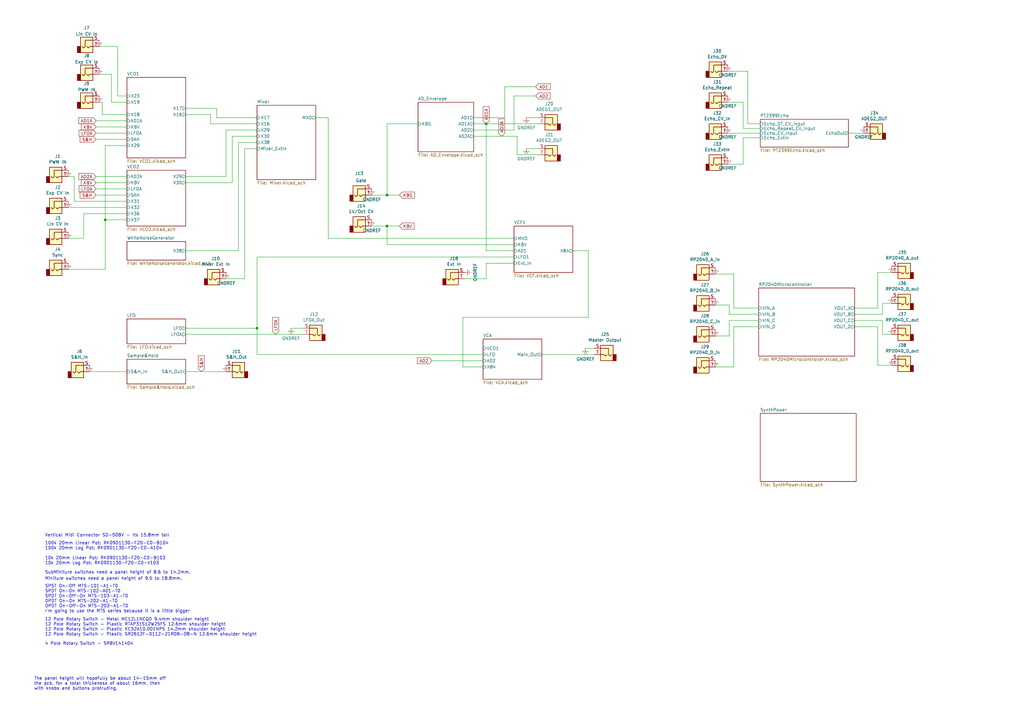
<source format=kicad_sch>
(kicad_sch (version 20230121) (generator eeschema)
  (paper "A3")
  (lib_symbols
    (symbol "SynthProj-rescue:AudioJack2-Connector"
      (property "Reference" "J" (at 0 8.89 0))
      (property "Value" "Connector_AudioJack2" (at 0 6.35 0))
      (symbol "AudioJack2-Connector_0_1"
        (rectangle (start -3.81 0) (end -2.54 -2.54) (stroke (width 0.254)) (fill (type outline)))
        (rectangle (start -2.54 3.81) (end 2.54 -2.54) (stroke (width 0.254)) (fill (type background)))
        (polyline (pts (xy 0 0) (xy 0.635 -0.635) (xy 1.27 0) (xy 2.54 0)) (stroke (width 0.254)))
        (polyline (pts (xy 2.54 2.54) (xy -0.635 2.54) (xy -0.635 0) (xy -1.27 -0.635) (xy -1.905 0)) (stroke (width 0.254)))
      )
      (symbol "AudioJack2-Connector_1_1"
        (pin passive line (at 5.08 2.54 180) (length 2.54) (name "~") (number "S"))
        (pin passive line (at 5.08 0 180) (length 2.54) (name "~") (number "T"))
      )
    )
    (symbol "power:GNDREF" (power) (pin_names (offset 0))
      (property "Value" "GNDREF" (at 0 -3.81 0))
      (symbol "GNDREF_0_1"
        (polyline (pts (xy -0.635 -1.905) (xy 0.635 -1.905)))
        (polyline (pts (xy -0.127 -2.54) (xy 0.127 -2.54)))
        (polyline (pts (xy 0 -1.27) (xy 0 0)))
        (polyline (pts (xy 1.27 -1.27) (xy -1.27 -1.27)))
      )
      (symbol "GNDREF_1_1"
        (pin power_in line (at 0 0 270) (length 0) hide (name "GNDREF") (number "1"))
      )
    )
  )
  (junction (at 105.41 134.62))
  (junction (at 158.75 80.01))
  (junction (at 199.39 50.8))
  (junction (at 43.18 90.17))
  (junction (at 158.75 92.71))
  (wire (pts (xy 34.29 87.63) (xy 52.07 87.63)))
  (wire (pts (xy 95.25 74.93) (xy 95.25 55.88)))
  (wire (pts (xy 207.01 48.26) (xy 207.01 35.56)))
  (wire (pts (xy 293.37 137.795) (xy 299.085 137.795)))
  (wire (pts (xy 27.94 110.49) (xy 43.18 110.49)))
  (wire (pts (xy 27.94 97.79) (xy 34.29 97.79)))
  (wire (pts (xy 30.48 72.39) (xy 30.48 82.55)))
  (wire (pts (xy 298.45 67.31) (xy 304.8 67.31)))
  (wire (pts (xy 41.91 41.91) (xy 41.91 46.99)))
  (wire (pts (xy 88.9 48.26) (xy 105.41 48.26)))
  (wire (pts (xy 220.98 63.5) (xy 212.09 63.5)))
  (wire (pts (xy 194.31 50.8) (xy 199.39 50.8)))
  (wire (pts (xy 152.4 80.01) (xy 158.75 80.01)))
  (wire (pts (xy 360.045 111.76) (xy 360.045 126.365)))
  (wire (pts (xy 194.31 48.26) (xy 207.01 48.26)))
  (wire (pts (xy 361.95 128.905) (xy 361.95 124.46)))
  (wire (pts (xy 105.41 105.41) (xy 210.82 105.41)))
  (wire (pts (xy 311.15 133.985) (xy 300.99 133.985)))
  (wire (pts (xy 210.82 53.34) (xy 210.82 39.37)))
  (wire (pts (xy 177.165 147.955) (xy 198.12 147.955)))
  (wire (pts (xy 88.9 44.45) (xy 88.9 48.26)))
  (wire (pts (xy 39.37 49.53) (xy 52.07 49.53)))
  (wire (pts (xy 39.37 80.01) (xy 52.07 80.01)))
  (wire (pts (xy 39.37 57.15) (xy 52.07 57.15)))
  (wire (pts (xy 300.99 112.395) (xy 293.37 112.395)))
  (wire (pts (xy 350.52 133.985) (xy 360.045 133.985)))
  (wire (pts (xy 52.07 59.69) (xy 43.18 59.69)))
  (wire (pts (xy 299.085 137.795) (xy 299.085 131.445)))
  (wire (pts (xy 158.75 100.33) (xy 210.82 100.33)))
  (wire (pts (xy 171.45 50.8) (xy 158.75 50.8)))
  (wire (pts (xy 27.94 85.09) (xy 52.07 85.09)))
  (wire (pts (xy 43.18 90.17) (xy 52.07 90.17)))
  (wire (pts (xy 158.75 80.01) (xy 163.83 80.01)))
  (wire (pts (xy 76.2 72.39) (xy 92.71 72.39)))
  (wire (pts (xy 304.8 41.91) (xy 304.8 52.705)))
  (wire (pts (xy 39.37 52.07) (xy 52.07 52.07)))
  (wire (pts (xy 215.9 60.96) (xy 220.98 60.96)))
  (wire (pts (xy 76.2 46.99) (xy 86.36 46.99)))
  (wire (pts (xy 76.2 44.45) (xy 88.9 44.45)))
  (wire (pts (xy 100.33 114.3) (xy 92.71 114.3)))
  (wire (pts (xy 222.25 145.415) (xy 243.84 145.415)))
  (wire (pts (xy 293.37 125.095) (xy 299.085 125.095)))
  (wire (pts (xy 48.26 39.37) (xy 52.07 39.37)))
  (wire (pts (xy 199.39 102.87) (xy 199.39 50.8)))
  (wire (pts (xy 45.72 41.91) (xy 52.07 41.91)))
  (wire (pts (xy 361.95 137.16) (xy 361.95 131.445)))
  (wire (pts (xy 189.865 150.495) (xy 198.12 150.495)))
  (wire (pts (xy 304.8 67.31) (xy 304.8 56.515)))
  (wire (pts (xy 212.09 55.88) (xy 194.31 55.88)))
  (wire (pts (xy 194.31 53.34) (xy 210.82 53.34)))
  (wire (pts (xy 300.99 150.495) (xy 293.37 150.495)))
  (wire (pts (xy 95.25 55.88) (xy 105.41 55.88)))
  (wire (pts (xy 350.52 128.905) (xy 361.95 128.905)))
  (wire (pts (xy 92.71 72.39) (xy 92.71 53.34)))
  (wire (pts (xy 86.36 46.99) (xy 86.36 50.8)))
  (wire (pts (xy 43.18 110.49) (xy 43.18 90.17)))
  (wire (pts (xy 210.82 97.79) (xy 134.62 97.79)))
  (wire (pts (xy 361.95 124.46) (xy 365.76 124.46)))
  (wire (pts (xy 215.9 48.26) (xy 220.98 48.26)))
  (wire (pts (xy 92.71 53.34) (xy 105.41 53.34)))
  (wire (pts (xy 311.15 126.365) (xy 300.99 126.365)))
  (wire (pts (xy 190.5 114.3) (xy 199.39 114.3)))
  (wire (pts (xy 199.39 50.8) (xy 220.98 50.8)))
  (wire (pts (xy 40.64 19.05) (xy 48.26 19.05)))
  (wire (pts (xy 48.26 19.05) (xy 48.26 39.37)))
  (wire (pts (xy 360.045 149.86) (xy 365.76 149.86)))
  (wire (pts (xy 210.82 102.87) (xy 199.39 102.87)))
  (wire (pts (xy 158.75 50.8) (xy 158.75 80.01)))
  (wire (pts (xy 76.2 102.87) (xy 97.79 102.87)))
  (wire (pts (xy 240.03 142.875) (xy 243.84 142.875)))
  (wire (pts (xy 39.37 74.93) (xy 52.07 74.93)))
  (wire (pts (xy 76.2 137.16) (xy 124.46 137.16)))
  (wire (pts (xy 105.41 134.62) (xy 105.41 145.415)))
  (wire (pts (xy 34.29 97.79) (xy 34.29 87.63)))
  (wire (pts (xy 86.36 50.8) (xy 105.41 50.8)))
  (wire (pts (xy 199.39 114.3) (xy 199.39 107.95)))
  (wire (pts (xy 97.79 102.87) (xy 97.79 58.42)))
  (wire (pts (xy 298.45 54.61) (xy 311.785 54.61)))
  (wire (pts (xy 134.62 97.79) (xy 134.62 48.26)))
  (wire (pts (xy 207.01 35.56) (xy 219.71 35.56)))
  (wire (pts (xy 361.95 131.445) (xy 350.52 131.445)))
  (wire (pts (xy 199.39 107.95) (xy 210.82 107.95)))
  (wire (pts (xy 41.91 46.99) (xy 52.07 46.99)))
  (wire (pts (xy 306.705 29.21) (xy 306.705 50.8)))
  (wire (pts (xy 105.41 105.41) (xy 105.41 134.62)))
  (wire (pts (xy 360.045 126.365) (xy 350.52 126.365)))
  (wire (pts (xy 40.64 30.48) (xy 45.72 30.48)))
  (wire (pts (xy 360.045 111.76) (xy 365.76 111.76)))
  (wire (pts (xy 210.82 39.37) (xy 219.71 39.37)))
  (wire (pts (xy 97.79 58.42) (xy 105.41 58.42)))
  (wire (pts (xy 119.38 134.62) (xy 124.46 134.62)))
  (wire (pts (xy 100.33 60.96) (xy 100.33 114.3)))
  (wire (pts (xy 39.37 54.61) (xy 52.07 54.61)))
  (wire (pts (xy 76.2 134.62) (xy 105.41 134.62)))
  (wire (pts (xy 189.865 130.175) (xy 189.865 150.495)))
  (wire (pts (xy 300.99 126.365) (xy 300.99 112.395)))
  (wire (pts (xy 298.45 41.91) (xy 304.8 41.91)))
  (wire (pts (xy 304.8 52.705) (xy 311.785 52.705)))
  (wire (pts (xy 212.09 63.5) (xy 212.09 55.88)))
  (wire (pts (xy 241.3 130.175) (xy 189.865 130.175)))
  (wire (pts (xy 298.45 29.21) (xy 306.705 29.21)))
  (wire (pts (xy 241.3 102.87) (xy 234.95 102.87)))
  (wire (pts (xy 134.62 48.26) (xy 129.54 48.26)))
  (wire (pts (xy 306.705 50.8) (xy 311.785 50.8)))
  (wire (pts (xy 365.76 137.16) (xy 361.95 137.16)))
  (wire (pts (xy 360.045 133.985) (xy 360.045 149.86)))
  (wire (pts (xy 241.3 102.87) (xy 241.3 130.175)))
  (wire (pts (xy 300.99 133.985) (xy 300.99 150.495)))
  (wire (pts (xy 158.75 100.33) (xy 158.75 92.71)))
  (wire (pts (xy 304.8 56.515) (xy 311.785 56.515)))
  (wire (pts (xy 152.4 92.71) (xy 158.75 92.71)))
  (wire (pts (xy 299.085 125.095) (xy 299.085 128.905)))
  (wire (pts (xy 158.75 92.71) (xy 163.83 92.71)))
  (wire (pts (xy 30.48 82.55) (xy 52.07 82.55)))
  (wire (pts (xy 43.18 59.69) (xy 43.18 90.17)))
  (wire (pts (xy 105.41 145.415) (xy 198.12 145.415)))
  (wire (pts (xy 76.2 74.93) (xy 95.25 74.93)))
  (wire (pts (xy 76.2 152.4) (xy 92.71 152.4)))
  (wire (pts (xy 105.41 60.96) (xy 100.33 60.96)))
  (wire (pts (xy 299.085 128.905) (xy 311.15 128.905)))
  (wire (pts (xy 347.98 54.61) (xy 354.33 54.61)))
  (wire (pts (xy 40.64 41.91) (xy 41.91 41.91)))
  (wire (pts (xy 45.72 30.48) (xy 45.72 41.91)))
  (wire (pts (xy 27.94 72.39) (xy 30.48 72.39)))
  (wire (pts (xy 299.085 131.445) (xy 311.15 131.445)))
  (wire (pts (xy 52.07 152.4) (xy 36.83 152.4)))
  (wire (pts (xy 39.37 77.47) (xy 52.07 77.47)))
  (wire (pts (xy 39.37 72.39) (xy 52.07 72.39)))
  (text "SubMiniture switches need a panel height of 8.6 to 14.2mm." (at 18.415 235.585 0) (effects (font (size 1.27 1.27)) (justify left bottom)))
  (text "Vertical Midi Connector SD-50BV - Its 15.8mm tall" (at 18.415 220.345 0) (effects (font (size 1.27 1.27)) (justify left bottom)))
  (text "100k 20mm Linear Pot: RK09D1130-F20-C0-B104\n100k 20mm Log Pot: RK09D1130-F20-C0-A104\n\n10k 20mm Linear Pot: RK09D1130-F20-C0-B103\n10k 20mm Log Pot: RK09D1130-F20-C0-V103" (at 18.415 231.775 0) (effects (font (size 1.27 1.27)) (justify left bottom)))
  (text "4 Pole Rotary Switch - SRBV141404\n" (at 18.415 264.795 0) (effects (font (size 1.27 1.27)) (justify left bottom)))
  (text "The panel height will hopefully be about 14-15mm off \nthe pcb, for a total thickeness of about 16mm, then \nwith knobs and buttons protruding.\n" (at 13.97 283.21 0) (effects (font (size 1.27 1.27)) (justify left bottom)))
  (text "SPST On-Off MTS-101-A1-T0\nSPDT On-On MTS-102-A01-T0\nSPDT On-Off-On MTS-103-A1-T0\nDPDT On-On MTS-202-A1-T0\nDPDT On-Off-On MTS-203-A1-T0\nI'm going to use the MTS series because it is a little bigger" (at 18.415 251.46 0) (effects (font (size 1.27 1.27)) (justify left bottom)))
  (text "Miniture switches need a panel height of 9.5 to 18.8mm." (at 18.415 238.125 0) (effects (font (size 1.27 1.27)) (justify left bottom)))
  (text "12 Pole Rotary Switch - Metal MC12L1NCQD 9.4mm shoulder height\n12 Pole Rotary Switch - Plastic RTAP31S12W25FS 12.6mm shoulder height\n12 Pole Rotary Switch - Plastic KC52A10.001NPS 14.2mm shoulder height\n12 Pole Rotary Switch - Plastic SR2612F-0112-21R0B-D8-N 12.6mm shoulder height " (at 18.415 260.985 0) (effects (font (size 1.27 1.27)) (justify left bottom)))
  (global_label "AD2A" (shape input) (at 39.37 72.39 180) (property "Intersheetrefs" "${INTERSHEET_REFS}" (effects hide)))
  (global_label "KBV" (shape input) (at 39.37 74.93 180) (property "Intersheetrefs" "${INTERSHEET_REFS}" (effects hide)))
  (global_label "S&H" (shape input) (at 39.37 57.15 180) (property "Intersheetrefs" "${INTERSHEET_REFS}" (effects hide)))
  (global_label "AD2A" (shape input) (at 205.74 55.88 90) (property "Intersheetrefs" "${INTERSHEET_REFS}" (effects hide)))
  (global_label "KBG" (shape input) (at 163.83 80.01 0) (property "Intersheetrefs" "${INTERSHEET_REFS}" (effects hide)))
  (global_label "AD2" (shape input) (at 177.165 147.955 180) (property "Intersheetrefs" "${INTERSHEET_REFS}" (effects hide)))
  (global_label "S&H" (shape input) (at 39.37 80.01 180) (property "Intersheetrefs" "${INTERSHEET_REFS}" (effects hide)))
  (global_label "S&H" (shape input) (at 82.55 152.4 90) (property "Intersheetrefs" "${INTERSHEET_REFS}" (effects hide)))
  (global_label "LFOA" (shape input) (at 39.37 54.61 180) (property "Intersheetrefs" "${INTERSHEET_REFS}" (effects hide)))
  (global_label "AD1A" (shape input) (at 199.39 50.8 90) (property "Intersheetrefs" "${INTERSHEET_REFS}" (effects hide)))
  (global_label "AD1A" (shape input) (at 39.37 49.53 180) (property "Intersheetrefs" "${INTERSHEET_REFS}" (effects hide)))
  (global_label "AD2" (shape input) (at 219.71 39.37 0) (property "Intersheetrefs" "${INTERSHEET_REFS}" (effects hide)))
  (global_label "LFOA" (shape input) (at 39.37 77.47 180) (property "Intersheetrefs" "${INTERSHEET_REFS}" (effects hide)))
  (global_label "AD1" (shape input) (at 219.71 35.56 0) (property "Intersheetrefs" "${INTERSHEET_REFS}" (effects hide)))
  (global_label "KBV" (shape input) (at 163.83 92.71 0) (property "Intersheetrefs" "${INTERSHEET_REFS}" (effects hide)))
  (global_label "LFOA" (shape input) (at 113.03 137.16 90) (property "Intersheetrefs" "${INTERSHEET_REFS}" (effects hide)))
  (global_label "KBV" (shape input) (at 39.37 52.07 180) (property "Intersheetrefs" "${INTERSHEET_REFS}" (effects hide)))
  (symbol (lib_id "SynthProj-rescue:AudioJack2-Connector") (at 22.86 72.39 0) (unit 1)
    (property "Reference" "J1" (at 23.6728 64.135 0))
    (property "Value" "PWM IN" (at 23.6728 66.4464 0))
    (property "Footprint" "SynthProjConnectors:PJ-301" (effects hide))
  )
  (symbol (lib_id "power:GNDREF") (at 27.94 107.95 0) (unit 1)
    (property "Reference" "#PWR04" (effects hide))
    (property "Value" "GNDREF" (effects hide))
  )
  (symbol (lib_id "power:GNDREF") (at 365.76 134.62 0) (mirror y) (unit 1)
    (property "Reference" "#PWR037" (effects hide))
    (property "Value" "GNDREF" (effects hide))
  )
  (symbol (lib_id "SynthProj-rescue:AudioJack2-Connector") (at 226.06 63.5 0) (mirror y) (unit 1)
    (property "Reference" "J21" (at 225.2472 55.245 0))
    (property "Value" "ADEG2_OUT" (at 225.2472 57.5564 0))
    (property "Footprint" "SynthProjConnectors:PJ-301" (effects hide))
  )
  (symbol (lib_id "SynthProj-rescue:AudioJack2-Connector") (at 370.84 111.76 0) (mirror y) (unit 1)
    (property "Reference" "J35" (at 370.0272 103.505 0))
    (property "Value" "RP2040_A_out" (at 370.0272 105.8164 0))
    (property "Footprint" "SynthProjConnectors:PJ-301" (effects hide))
  )
  (symbol (lib_id "SynthProj-rescue:AudioJack2-Connector") (at 288.29 150.495 0) (unit 1)
    (property "Reference" "J29" (at 289.1028 142.24 0))
    (property "Value" "RP2040_D_in" (at 289.1028 144.5514 0))
    (property "Footprint" "SynthProjConnectors:PJ-301" (effects hide))
  )
  (symbol (lib_id "power:GNDREF") (at 27.94 95.25 0) (unit 1)
    (property "Reference" "#PWR03" (effects hide))
    (property "Value" "GNDREF" (effects hide))
  )
  (symbol (lib_id "SynthProj-rescue:AudioJack2-Connector") (at 288.29 137.795 0) (unit 1)
    (property "Reference" "J28" (at 289.1028 129.54 0))
    (property "Value" "RP2040_C_in" (at 289.1028 131.8514 0))
    (property "Footprint" "SynthProjConnectors:PJ-301" (effects hide))
  )
  (symbol (lib_id "power:GNDREF") (at 354.33 52.07 0) (unit 1)
    (property "Reference" "#PWR034" (effects hide))
    (property "Value" "GNDREF" (at 354.33 56.2031 0))
  )
  (symbol (lib_id "SynthProj-rescue:AudioJack2-Connector") (at 293.37 67.31 0) (unit 1)
    (property "Reference" "J33" (at 294.1828 59.055 0))
    (property "Value" "Echo_ExtIn" (at 294.1828 61.3664 0))
    (property "Footprint" "SynthProjConnectors:PJ-301" (effects hide))
  )
  (symbol (lib_id "SynthProj-rescue:AudioJack2-Connector") (at 359.41 54.61 0) (mirror y) (unit 1)
    (property "Reference" "J34" (at 358.5972 46.355 0))
    (property "Value" "ADEG2_OUT" (at 358.5972 48.6664 0))
    (property "Footprint" "SynthProjConnectors:PJ-301" (effects hide))
  )
  (symbol (lib_id "SynthProj-rescue:AudioJack2-Connector") (at 248.92 145.415 0) (mirror y) (unit 1)
    (property "Reference" "J25" (at 248.1072 137.16 0))
    (property "Value" "Master Output" (at 248.1072 139.4714 0))
    (property "Footprint" "SynthProjConnectors:PJ-301" (effects hide))
  )
  (symbol (lib_id "power:GNDREF") (at 298.45 39.37 0) (unit 1)
    (property "Reference" "#PWR031" (effects hide))
    (property "Value" "GNDREF" (at 298.45 43.5031 0))
  )
  (symbol (lib_id "SynthProj-rescue:AudioJack2-Connector") (at 370.84 124.46 0) (mirror y) (unit 1)
    (property "Reference" "J36" (at 370.0272 116.205 0))
    (property "Value" "RP2040_B_out" (at 370.0272 118.5164 0))
    (property "Footprint" "SynthProjConnectors:PJ-301" (effects hide))
  )
  (symbol (lib_id "SynthProj-rescue:AudioJack2-Connector") (at 87.63 114.3 0) (unit 1)
    (property "Reference" "J10" (at 88.4428 106.045 0))
    (property "Value" "Mixer Ext In" (at 88.4428 108.3564 0))
    (property "Footprint" "SynthProjConnectors:PJ-301" (effects hide))
  )
  (symbol (lib_id "SynthProj-rescue:AudioJack2-Connector") (at 35.56 30.48 0) (unit 1)
    (property "Reference" "J8" (at 35.56 22.86 0))
    (property "Value" "Exp CV In" (at 35.56 25.4 0))
    (property "Footprint" "SynthProjConnectors:PJ-301" (effects hide))
  )
  (symbol (lib_id "SynthProj-rescue:AudioJack2-Connector") (at 185.42 114.3 0) (unit 1)
    (property "Reference" "J18" (at 186.2328 106.045 0))
    (property "Value" "Ext In" (at 186.2328 108.3564 0))
    (property "Footprint" "SynthProjConnectors:PJ-301" (effects hide))
  )
  (symbol (lib_id "SynthProj-rescue:AudioJack2-Connector") (at 288.29 112.395 0) (unit 1)
    (property "Reference" "J26" (at 289.1028 104.14 0))
    (property "Value" "RP2040_A_in" (at 289.1028 106.4514 0))
    (property "Footprint" "SynthProjConnectors:PJ-301" (effects hide))
  )
  (symbol (lib_id "power:GNDREF") (at 40.64 39.37 0) (unit 1)
    (property "Reference" "#PWR09" (effects hide))
    (property "Value" "GNDREF" (effects hide))
  )
  (symbol (lib_id "power:GNDREF") (at 365.76 147.32 0) (mirror y) (unit 1)
    (property "Reference" "#PWR038" (effects hide))
    (property "Value" "GNDREF" (effects hide))
  )
  (symbol (lib_id "SynthProj-rescue:AudioJack2-Connector") (at 370.84 137.16 0) (mirror y) (unit 1)
    (property "Reference" "J37" (at 370.0272 128.905 0))
    (property "Value" "RP2040_C_out" (at 370.0272 131.2164 0))
    (property "Footprint" "SynthProjConnectors:PJ-301" (effects hide))
  )
  (symbol (lib_id "power:GNDREF") (at 215.9 48.26 0) (unit 1)
    (property "Reference" "#PWR019" (effects hide))
    (property "Value" "GNDREF" (at 215.9 52.3931 0))
  )
  (symbol (lib_id "SynthProj-rescue:AudioJack2-Connector") (at 293.37 29.21 0) (unit 1)
    (property "Reference" "J30" (at 294.1828 20.955 0))
    (property "Value" "Echo_DV" (at 294.1828 23.2664 0))
    (property "Footprint" "SynthProjConnectors:PJ-301" (effects hide))
  )
  (symbol (lib_id "power:GNDREF") (at 293.37 135.255 0) (mirror y) (unit 1)
    (property "Reference" "#PWR028" (effects hide))
    (property "Value" "GNDREF" (effects hide))
  )
  (symbol (lib_id "power:GNDREF") (at 40.64 27.94 0) (unit 1)
    (property "Reference" "#PWR08" (effects hide))
    (property "Value" "GNDREF" (effects hide))
  )
  (symbol (lib_id "power:GNDREF") (at 298.45 26.67 0) (unit 1)
    (property "Reference" "#PWR030" (effects hide))
    (property "Value" "GNDREF" (at 298.45 30.8031 0))
  )
  (symbol (lib_id "SynthProj-rescue:AudioJack2-Connector") (at 97.79 152.4 0) (mirror y) (unit 1)
    (property "Reference" "J11" (at 96.9772 144.145 0))
    (property "Value" "S&H_Out" (at 96.9772 146.4564 0))
    (property "Footprint" "SynthProjConnectors:PJ-301" (effects hide))
  )
  (symbol (lib_id "power:GNDREF") (at 152.4 77.47 0) (unit 1)
    (property "Reference" "#PWR013" (effects hide))
    (property "Value" "GNDREF" (at 152.527 81.8642 0))
  )
  (symbol (lib_id "power:GNDREF") (at 293.37 109.855 0) (mirror y) (unit 1)
    (property "Reference" "#PWR026" (effects hide))
    (property "Value" "GNDREF" (effects hide))
  )
  (symbol (lib_id "SynthProj-rescue:AudioJack2-Connector") (at 293.37 54.61 0) (unit 1)
    (property "Reference" "J32" (at 294.1828 46.355 0))
    (property "Value" "Echo_CV_In" (at 294.1828 48.6664 0))
    (property "Footprint" "SynthProjConnectors:PJ-301" (effects hide))
  )
  (symbol (lib_id "power:GNDREF") (at 365.76 109.22 0) (mirror y) (unit 1)
    (property "Reference" "#PWR035" (effects hide))
    (property "Value" "GNDREF" (effects hide))
  )
  (symbol (lib_id "SynthProj-rescue:AudioJack2-Connector") (at 370.84 149.86 0) (mirror y) (unit 1)
    (property "Reference" "J38" (at 370.0272 141.605 0))
    (property "Value" "RP2040_D_out" (at 370.0272 143.9164 0))
    (property "Footprint" "SynthProjConnectors:PJ-301" (effects hide))
  )
  (symbol (lib_id "SynthProj-rescue:AudioJack2-Connector") (at 22.86 110.49 0) (unit 1)
    (property "Reference" "J4" (at 23.6728 102.235 0))
    (property "Value" "Sync" (at 23.6728 104.5464 0))
    (property "Footprint" "SynthProjConnectors:PJ-301" (effects hide))
  )
  (symbol (lib_id "SynthProj-rescue:AudioJack2-Connector") (at 22.86 85.09 0) (unit 1)
    (property "Reference" "J2" (at 23.6728 76.835 0))
    (property "Value" "Exp CV In" (at 23.6728 79.1464 0))
    (property "Footprint" "SynthProjConnectors:PJ-301" (effects hide))
  )
  (symbol (lib_id "power:GNDREF") (at 215.9 60.96 0) (unit 1)
    (property "Reference" "#PWR020" (effects hide))
    (property "Value" "GNDREF" (at 215.9 65.0931 0))
  )
  (symbol (lib_id "SynthProj-rescue:AudioJack2-Connector") (at 22.86 97.79 0) (unit 1)
    (property "Reference" "J3" (at 23.6728 89.535 0))
    (property "Value" "Lin CV In" (at 23.6728 91.8464 0))
    (property "Footprint" "SynthProjConnectors:PJ-301" (effects hide))
  )
  (symbol (lib_id "power:GNDREF") (at 240.03 142.875 0) (unit 1)
    (property "Reference" "#PWR025" (effects hide))
    (property "Value" "GNDREF" (at 240.157 147.2692 0))
  )
  (symbol (lib_id "SynthProj-rescue:AudioJack2-Connector") (at 31.75 152.4 0) (unit 1)
    (property "Reference" "J6" (at 32.5628 144.145 0))
    (property "Value" "S&H_In" (at 32.5628 146.4564 0))
    (property "Footprint" "SynthProjConnectors:PJ-301" (effects hide))
  )
  (symbol (lib_id "power:GNDREF") (at 119.38 134.62 0) (unit 1)
    (property "Reference" "#PWR012" (effects hide))
    (property "Value" "GNDREF" (at 119.38 138.7531 0))
  )
  (symbol (lib_id "SynthProj-rescue:AudioJack2-Connector") (at 226.06 50.8 0) (mirror y) (unit 1)
    (property "Reference" "J20" (at 225.2472 42.545 0))
    (property "Value" "ADEG1_OUT" (at 225.2472 44.8564 0))
    (property "Footprint" "SynthProjConnectors:PJ-301" (effects hide))
  )
  (symbol (lib_id "power:GNDREF") (at 293.37 147.955 0) (mirror y) (unit 1)
    (property "Reference" "#PWR029" (effects hide))
    (property "Value" "GNDREF" (effects hide))
  )
  (symbol (lib_id "power:GNDREF") (at 293.37 122.555 0) (mirror y) (unit 1)
    (property "Reference" "#PWR027" (effects hide))
    (property "Value" "GNDREF" (effects hide))
  )
  (symbol (lib_id "power:GNDREF") (at 36.83 149.86 0) (unit 1)
    (property "Reference" "#PWR06" (effects hide))
    (property "Value" "GNDREF" (effects hide))
  )
  (symbol (lib_id "power:GNDREF") (at 27.94 82.55 0) (unit 1)
    (property "Reference" "#PWR02" (effects hide))
    (property "Value" "GNDREF" (effects hide))
  )
  (symbol (lib_id "power:GNDREF") (at 190.5 111.76 90) (unit 1)
    (property "Reference" "#PWR018" (effects hide))
    (property "Value" "GNDREF" (at 194.8942 111.633 0))
  )
  (symbol (lib_id "power:GNDREF") (at 92.71 149.86 0) (mirror y) (unit 1)
    (property "Reference" "#PWR011" (effects hide))
    (property "Value" "GNDREF" (effects hide))
  )
  (symbol (lib_id "power:GNDREF") (at 152.4 90.17 0) (unit 1)
    (property "Reference" "#PWR014" (effects hide))
    (property "Value" "GNDREF" (at 152.527 94.5642 0))
  )
  (symbol (lib_id "power:GNDREF") (at 92.71 111.76 0) (unit 1)
    (property "Reference" "#PWR010" (effects hide))
    (property "Value" "GNDREF" (at 92.837 116.1542 0))
  )
  (symbol (lib_id "SynthProj-rescue:AudioJack2-Connector") (at 147.32 92.71 0) (unit 1)
    (property "Reference" "J14" (at 148.1328 84.455 0))
    (property "Value" "1V/Oct CV" (at 148.1328 86.7664 0))
    (property "Footprint" "SynthProjConnectors:PJ-301" (effects hide))
  )
  (symbol (lib_id "SynthProj-rescue:AudioJack2-Connector") (at 35.56 19.05 0) (unit 1)
    (property "Reference" "J7" (at 35.56 11.43 0))
    (property "Value" "Lin CV In" (at 35.56 13.97 0))
    (property "Footprint" "SynthProjConnectors:PJ-301" (effects hide))
  )
  (symbol (lib_id "SynthProj-rescue:AudioJack2-Connector") (at 35.56 41.91 0) (unit 1)
    (property "Reference" "J9" (at 35.56 34.29 0))
    (property "Value" "PWM IN" (at 35.56 36.83 0))
    (property "Footprint" "SynthProjConnectors:PJ-301" (effects hide))
  )
  (symbol (lib_id "power:GNDREF") (at 27.94 69.85 0) (unit 1)
    (property "Reference" "#PWR01" (effects hide))
    (property "Value" "GNDREF" (effects hide))
  )
  (symbol (lib_id "power:GNDREF") (at 298.45 64.77 0) (unit 1)
    (property "Reference" "#PWR033" (effects hide))
    (property "Value" "GNDREF" (at 298.45 68.9031 0))
  )
  (symbol (lib_id "power:GNDREF") (at 365.76 121.92 0) (mirror y) (unit 1)
    (property "Reference" "#PWR036" (effects hide))
    (property "Value" "GNDREF" (effects hide))
  )
  (symbol (lib_id "power:GNDREF") (at 40.64 16.51 0) (unit 1)
    (property "Reference" "#PWR07" (effects hide))
    (property "Value" "GNDREF" (effects hide))
  )
  (symbol (lib_id "power:GNDREF") (at 298.45 52.07 0) (unit 1)
    (property "Reference" "#PWR032" (effects hide))
    (property "Value" "GNDREF" (at 298.45 56.2031 0))
  )
  (symbol (lib_id "SynthProj-rescue:AudioJack2-Connector") (at 293.37 41.91 0) (unit 1)
    (property "Reference" "J31" (at 294.1828 33.655 0))
    (property "Value" "Echo_Repeat" (at 294.1828 35.9664 0))
    (property "Footprint" "SynthProjConnectors:PJ-301" (effects hide))
  )
  (symbol (lib_id "SynthProj-rescue:AudioJack2-Connector") (at 129.54 137.16 0) (mirror y) (unit 1)
    (property "Reference" "J12" (at 128.7272 128.905 0))
    (property "Value" "LFOA_Out" (at 128.7272 131.2164 0))
    (property "Footprint" "SynthProjConnectors:PJ-301" (effects hide))
  )
  (symbol (lib_id "SynthProj-rescue:AudioJack2-Connector") (at 147.32 80.01 0) (unit 1)
    (property "Reference" "J13" (at 147.32 71.12 0))
    (property "Value" "Gate" (at 148.1328 74.0664 0))
    (property "Footprint" "SynthProjConnectors:PJ-301" (effects hide))
  )
  (symbol (lib_id "SynthProj-rescue:AudioJack2-Connector") (at 288.29 125.095 0) (unit 1)
    (property "Reference" "J27" (at 289.1028 116.84 0))
    (property "Value" "RP2040_B_in" (at 289.1028 119.1514 0))
    (property "Footprint" "SynthProjConnectors:PJ-301" (effects hide))
  )
  (sheet (at 52.07 147.32) (size 24.13 10.16)
    (property "Sheetname" "Sample&Hold" (at 52.07 146.6084 0) (effects (justify left bottom)))
    (property "Sheetfile" "Sample&Hold.kicad_sch" (at 52.07 158.0646 0) (effects (justify left top)))
    (pin "S&H_Out" input (at 76.2 152.4 0))
    (pin "S&H_In" input (at 52.07 152.4 180))
  )
  (sheet (at 210.82 92.71) (size 24.13 19.05)
    (property "Sheetname" "VCF1" (at 210.82 91.9984 0) (effects (justify left bottom)))
    (property "Sheetfile" "VCF.kicad_sch" (at 210.82 112.3446 0) (effects (justify left top)))
    (pin "MXO" input (at 210.82 97.79 180))
    (pin "KBV" input (at 210.82 100.33 180))
    (pin "AD1" input (at 210.82 102.87 180))
    (pin "LFO1" input (at 210.82 105.41 180))
    (pin "X84" output (at 234.95 102.87 0))
    (pin "Ext_In" input (at 210.82 107.95 180))
  )
  (sheet (at 52.07 31.75) (size 24.13 33.02)
    (property "Sheetname" "VCO1" (at 52.07 31.0384 0) (effects (justify left bottom)))
    (property "Sheetfile" "VCO1.kicad_sch" (at 52.07 65.3546 0) (effects (justify left top)))
    (pin "X29" input (at 52.07 59.69 180))
    (pin "AD1A" input (at 52.07 49.53 180))
    (pin "KBV" input (at 52.07 52.07 180))
    (pin "LFOA" input (at 52.07 54.61 180))
    (pin "SAH" input (at 52.07 57.15 180))
    (pin "X17" output (at 76.2 44.45 0))
    (pin "X16" output (at 76.2 46.99 0))
    (pin "X18" input (at 52.07 46.99 180))
    (pin "X19" input (at 52.07 41.91 180))
    (pin "X23" input (at 52.07 39.37 180))
  )
  (sheet (at 52.07 69.85) (size 24.13 22.86)
    (property "Sheetname" "VCO2" (at 52.07 69.1384 0) (effects (justify left bottom)))
    (property "Sheetfile" "VCO2.kicad_sch" (at 52.07 93.2946 0) (effects (justify left top)))
    (pin "AD2A" input (at 52.07 72.39 180))
    (pin "KBV" input (at 52.07 74.93 180))
    (pin "LFOA" input (at 52.07 77.47 180))
    (pin "SAH" input (at 52.07 80.01 180))
    (pin "X30" output (at 76.2 74.93 0))
    (pin "X29" output (at 76.2 72.39 0))
    (pin "X31" input (at 52.07 82.55 180))
    (pin "X32" input (at 52.07 85.09 180))
    (pin "X36" input (at 52.07 87.63 180))
    (pin "X37" input (at 52.07 90.17 180))
  )
  (sheet (at 52.07 99.06) (size 24.13 7.62)
    (property "Sheetname" "WhiteNoiseGenerator" (at 52.07 98.3484 0) (effects (justify left bottom)))
    (property "Sheetfile" "WhiteNoiseGenerator.kicad_sch" (at 52.07 107.2646 0) (effects (justify left top)))
    (pin "X38" output (at 76.2 102.87 0))
  )
  (sheet (at 105.41 43.18) (size 24.13 30.48)
    (property "Sheetname" "Mixer" (at 105.41 42.4684 0) (effects (justify left bottom)))
    (property "Sheetfile" "Mixer.kicad_sch" (at 105.41 74.2446 0) (effects (justify left top)))
    (pin "X16" input (at 105.41 50.8 180))
    (pin "X17" input (at 105.41 48.26 180))
    (pin "X29" input (at 105.41 53.34 180))
    (pin "X30" input (at 105.41 55.88 180))
    (pin "X38" input (at 105.41 58.42 180))
    (pin "MXO" output (at 129.54 48.26 0))
    (pin "Mixer_ExtIn" input (at 105.41 60.96 180))
  )
  (sheet (at 171.45 41.91) (size 22.86 20.32)
    (property "Sheetname" "AD_Envelope" (at 171.45 41.1984 0) (effects (justify left bottom)))
    (property "Sheetfile" "AD_Envelope.kicad_sch" (at 171.45 62.8146 0) (effects (justify left top)))
    (pin "KBG" input (at 171.45 50.8 180))
    (pin "AD1" output (at 194.31 48.26 0))
    (pin "AD1A" output (at 194.31 50.8 0))
    (pin "AD2" output (at 194.31 53.34 0))
    (pin "AD2A" output (at 194.31 55.88 0))
  )
  (sheet (at 52.07 130.81) (size 24.13 10.16)
    (property "Sheetname" "LFO" (at 52.07 130.0984 0) (effects (justify left bottom)))
    (property "Sheetfile" "LFO.kicad_sch" (at 52.07 141.5546 0) (effects (justify left top)))
    (pin "LFO" output (at 76.2 134.62 0))
    (pin "LFOA" output (at 76.2 137.16 0))
  )
  (sheet (at 198.12 139.065) (size 24.13 16.51)
    (property "Sheetname" "VCA" (at 198.12 138.3534 0) (effects (justify left bottom)))
    (property "Sheetfile" "VCA.kicad_sch" (at 198.12 156.1596 0) (effects (justify left top)))
    (pin "VCO1" input (at 198.12 142.875 180))
    (pin "LFO" input (at 198.12 145.415 180))
    (pin "AD2" input (at 198.12 147.955 180))
    (pin "X84" input (at 198.12 150.495 180))
    (pin "Main_Out" output (at 222.25 145.415 0))
  )
  (sheet (at 311.785 48.895) (size 36.195 11.43) (stroke (width 0.1524))
    (property "Sheetname" "PT2399Echo" (at 311.785 48.1834 0) (effects (justify left bottom)))
    (property "Sheetfile" "PT2399Echo.kicad_sch" (at 311.785 60.9096 0) (effects (justify left top)))
    (pin "EchoOut" output (at 347.98 54.61 0))
    (pin "Echo_Repeat_CV_Input" input (at 311.785 52.705 180))
    (pin "Echo_CV_Input" input (at 311.785 54.61 180))
    (pin "Echo_ExtIn" input (at 311.785 56.515 180))
    (pin "Echo_DT_CV_Input" input (at 311.785 50.8 180))
  )
  (sheet (at 311.15 118.11) (size 39.37 27.94) (stroke (width 0.1524))
    (property "Sheetname" "RP2040Microcontroller" (at 311.15 117.3984 0) (effects (justify left bottom)))
    (property "Sheetfile" "RP2040Microcontroller.kicad_sch" (at 311.15 146.6346 0) (effects (justify left top)))
    (pin "VIN_D" input (at 311.15 133.985 180))
    (pin "VIN_C" input (at 311.15 131.445 180))
    (pin "VOUT_D" output (at 350.52 133.985 0))
    (pin "VIN_B" input (at 311.15 128.905 180))
    (pin "VIN_A" input (at 311.15 126.365 180))
    (pin "VOUT_B" output (at 350.52 128.905 0))
    (pin "VOUT_A" output (at 350.52 126.365 0))
    (pin "VOUT_C" output (at 350.52 131.445 0))
  )
  (sheet (at 311.785 169.545) (size 39.37 27.94) (stroke (width 0.1524))
    (property "Sheetname" "SynthPower" (at 311.785 168.8334 0) (effects (justify left bottom)))
    (property "Sheetfile" "SynthPower.kicad_sch" (at 311.785 198.0696 0) (effects (justify left top)))
  )
)
</source>
